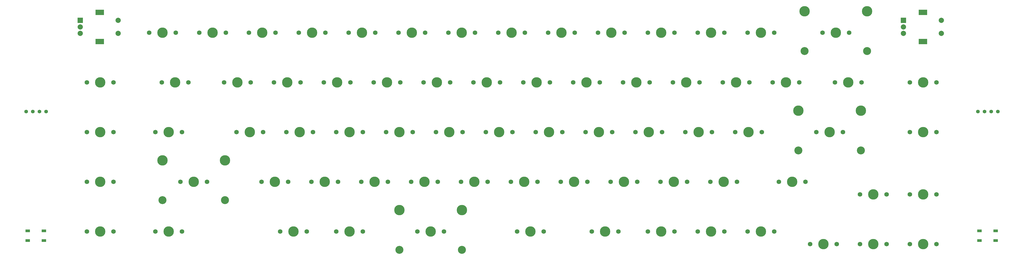
<source format=gbr>
%TF.GenerationSoftware,KiCad,Pcbnew,(5.1.9)-1*%
%TF.CreationDate,2021-03-13T21:00:17-08:00*%
%TF.ProjectId,USKB Final,55534b42-2046-4696-9e61-6c2e6b696361,rev?*%
%TF.SameCoordinates,Original*%
%TF.FileFunction,Soldermask,Top*%
%TF.FilePolarity,Negative*%
%FSLAX46Y46*%
G04 Gerber Fmt 4.6, Leading zero omitted, Abs format (unit mm)*
G04 Created by KiCad (PCBNEW (5.1.9)-1) date 2021-03-13 21:00:17*
%MOMM*%
%LPD*%
G01*
G04 APERTURE LIST*
%ADD10C,3.987800*%
%ADD11C,3.048000*%
%ADD12C,1.750000*%
%ADD13R,1.800000X1.100000*%
%ADD14C,1.397000*%
%ADD15R,2.000000X2.000000*%
%ADD16C,2.000000*%
%ADD17R,3.200000X2.000000*%
G04 APERTURE END LIST*
D10*
%TO.C,K_Space_2*%
X166655750Y-104457500D03*
X190531750Y-104457500D03*
D11*
X166655750Y-119697500D03*
X190531750Y-119697500D03*
D12*
X173513750Y-112712500D03*
X183673750Y-112712500D03*
D10*
X178593750Y-112712500D03*
%TD*%
D12*
%TO.C,K_Space_4*%
X240188750Y-112712500D03*
X250348750Y-112712500D03*
D10*
X245268750Y-112712500D03*
%TD*%
D12*
%TO.C,K_Space_3*%
X211613750Y-112712500D03*
X221773750Y-112712500D03*
D10*
X216693750Y-112712500D03*
%TD*%
D12*
%TO.C,K_Space1*%
X142557500Y-112712500D03*
X152717500Y-112712500D03*
D10*
X147637500Y-112712500D03*
%TD*%
D12*
%TO.C,K_Caps1*%
X73501250Y-74612500D03*
X83661250Y-74612500D03*
D10*
X78581250Y-74612500D03*
%TD*%
D12*
%TO.C,K_Shift2*%
X311626250Y-93662500D03*
X321786250Y-93662500D03*
D10*
X316706250Y-93662500D03*
%TD*%
D13*
%TO.C,L_SW1*%
X30881250Y-116150000D03*
X24681250Y-112450000D03*
X30881250Y-112450000D03*
X24681250Y-116150000D03*
%TD*%
%TO.C,SW1*%
X394418750Y-116150000D03*
X388218750Y-112450000D03*
X394418750Y-112450000D03*
X388218750Y-116150000D03*
%TD*%
D14*
%TO.C,OL1*%
X387667500Y-66675000D03*
X390207500Y-66675000D03*
X392747500Y-66675000D03*
X395287500Y-66675000D03*
%TD*%
%TO.C,L_OL1*%
X24130000Y-66675000D03*
X26670000Y-66675000D03*
X29210000Y-66675000D03*
X31750000Y-66675000D03*
%TD*%
D15*
%TO.C,L_ENC1*%
X44735750Y-31750000D03*
D16*
X44735750Y-34250000D03*
X44735750Y-36750000D03*
D17*
X52235750Y-28650000D03*
X52235750Y-39850000D03*
D16*
X59235750Y-31750000D03*
X59235750Y-36750000D03*
%TD*%
D12*
%TO.C,K_Z1*%
X113982500Y-93662500D03*
X124142500Y-93662500D03*
D10*
X119062500Y-93662500D03*
%TD*%
D12*
%TO.C,K_Y1*%
X194945000Y-55562500D03*
X205105000Y-55562500D03*
D10*
X200025000Y-55562500D03*
%TD*%
D12*
%TO.C,K_X1*%
X133032500Y-93662500D03*
X143192500Y-93662500D03*
D10*
X138112500Y-93662500D03*
%TD*%
D12*
%TO.C,K_Win1*%
X361632500Y-98425000D03*
X371792500Y-98425000D03*
D10*
X366712500Y-98425000D03*
%TD*%
D12*
%TO.C,K_W1*%
X118745000Y-55562500D03*
X128905000Y-55562500D03*
D10*
X123825000Y-55562500D03*
%TD*%
D12*
%TO.C,K_V1*%
X171132500Y-93662500D03*
X181292500Y-93662500D03*
D10*
X176212500Y-93662500D03*
%TD*%
D12*
%TO.C,K_UArrow1*%
X342582500Y-98425000D03*
X352742500Y-98425000D03*
D10*
X347662500Y-98425000D03*
%TD*%
D12*
%TO.C,K_U1*%
X213995000Y-55562500D03*
X224155000Y-55562500D03*
D10*
X219075000Y-55562500D03*
%TD*%
D12*
%TO.C,K_Tab1*%
X75882500Y-55562500D03*
X86042500Y-55562500D03*
D10*
X80962500Y-55562500D03*
%TD*%
D12*
%TO.C,K_T1*%
X175895000Y-55562500D03*
X186055000Y-55562500D03*
D10*
X180975000Y-55562500D03*
%TD*%
D12*
%TO.C,K_Slash1*%
X285432500Y-93662500D03*
X295592500Y-93662500D03*
D10*
X290512500Y-93662500D03*
%TD*%
%TO.C,K_Shift1*%
X76168250Y-85407500D03*
X100044250Y-85407500D03*
D11*
X76168250Y-100647500D03*
X100044250Y-100647500D03*
D12*
X83026250Y-93662500D03*
X93186250Y-93662500D03*
D10*
X88106250Y-93662500D03*
%TD*%
D12*
%TO.C,K_S1*%
X123507500Y-74612500D03*
X133667500Y-74612500D03*
D10*
X128587500Y-74612500D03*
%TD*%
D12*
%TO.C,K_RThan1*%
X266382500Y-93662500D03*
X276542500Y-93662500D03*
D10*
X271462500Y-93662500D03*
%TD*%
D12*
%TO.C,K_RBrace1*%
X309245000Y-55562500D03*
X319405000Y-55562500D03*
D10*
X314325000Y-55562500D03*
%TD*%
D12*
%TO.C,K_RArrow1*%
X361632500Y-117475000D03*
X371792500Y-117475000D03*
D10*
X366712500Y-117475000D03*
%TD*%
D12*
%TO.C,K_R1*%
X156845000Y-55562500D03*
X167005000Y-55562500D03*
D10*
X161925000Y-55562500D03*
%TD*%
D12*
%TO.C,K_Q1*%
X99695000Y-55562500D03*
X109855000Y-55562500D03*
D10*
X104775000Y-55562500D03*
%TD*%
D12*
%TO.C,K_Plus1*%
X299720000Y-36512500D03*
X309880000Y-36512500D03*
D10*
X304800000Y-36512500D03*
%TD*%
D12*
%TO.C,K_P1*%
X271145000Y-55562500D03*
X281305000Y-55562500D03*
D10*
X276225000Y-55562500D03*
%TD*%
D12*
%TO.C,K_O1*%
X252095000Y-55562500D03*
X262255000Y-55562500D03*
D10*
X257175000Y-55562500D03*
%TD*%
D12*
%TO.C,K_Num9*%
X242570000Y-36512500D03*
X252730000Y-36512500D03*
D10*
X247650000Y-36512500D03*
%TD*%
D12*
%TO.C,K_Num8*%
X223520000Y-36512500D03*
X233680000Y-36512500D03*
D10*
X228600000Y-36512500D03*
%TD*%
D12*
%TO.C,K_Num7*%
X204470000Y-36512500D03*
X214630000Y-36512500D03*
D10*
X209550000Y-36512500D03*
%TD*%
D12*
%TO.C,K_Num6*%
X185420000Y-36512500D03*
X195580000Y-36512500D03*
D10*
X190500000Y-36512500D03*
%TD*%
D12*
%TO.C,K_Num5*%
X166370000Y-36512500D03*
X176530000Y-36512500D03*
D10*
X171450000Y-36512500D03*
%TD*%
D12*
%TO.C,K_Num4*%
X147320000Y-36512500D03*
X157480000Y-36512500D03*
D10*
X152400000Y-36512500D03*
%TD*%
D12*
%TO.C,K_Num3*%
X128270000Y-36512500D03*
X138430000Y-36512500D03*
D10*
X133350000Y-36512500D03*
%TD*%
D12*
%TO.C,K_Num2*%
X109220000Y-36512500D03*
X119380000Y-36512500D03*
D10*
X114300000Y-36512500D03*
%TD*%
D12*
%TO.C,K_Num1*%
X90201750Y-36512500D03*
X100361750Y-36512500D03*
D10*
X95281750Y-36512500D03*
%TD*%
D12*
%TO.C,K_Num0*%
X261620000Y-36512500D03*
X271780000Y-36512500D03*
D10*
X266700000Y-36512500D03*
%TD*%
D12*
%TO.C,K_N1*%
X209232500Y-93662500D03*
X219392500Y-93662500D03*
D10*
X214312500Y-93662500D03*
%TD*%
D12*
%TO.C,K_Minus1*%
X280670000Y-36512500D03*
X290830000Y-36512500D03*
D10*
X285750000Y-36512500D03*
%TD*%
D12*
%TO.C,K_M1*%
X228282500Y-93662500D03*
X238442500Y-93662500D03*
D10*
X233362500Y-93662500D03*
%TD*%
D12*
%TO.C,K_LThan1*%
X247332500Y-93662500D03*
X257492500Y-93662500D03*
D10*
X252412500Y-93662500D03*
%TD*%
D12*
%TO.C,K_LBrace1*%
X290195000Y-55562500D03*
X300355000Y-55562500D03*
D10*
X295275000Y-55562500D03*
%TD*%
D12*
%TO.C,K_LArrow1*%
X323532500Y-117475000D03*
X333692500Y-117475000D03*
D10*
X328612500Y-117475000D03*
%TD*%
D12*
%TO.C,K_L1*%
X256857500Y-74612500D03*
X267017500Y-74612500D03*
D10*
X261937500Y-74612500D03*
%TD*%
D12*
%TO.C,K_K1*%
X237807500Y-74612500D03*
X247967500Y-74612500D03*
D10*
X242887500Y-74612500D03*
%TD*%
D12*
%TO.C,K_J1*%
X218757500Y-74612500D03*
X228917500Y-74612500D03*
D10*
X223837500Y-74612500D03*
%TD*%
D12*
%TO.C,K_I1*%
X233045000Y-55562500D03*
X243205000Y-55562500D03*
D10*
X238125000Y-55562500D03*
%TD*%
D12*
%TO.C,K_H1*%
X199707500Y-74612500D03*
X209867500Y-74612500D03*
D10*
X204787500Y-74612500D03*
%TD*%
D12*
%TO.C,K_G1*%
X180657500Y-74612500D03*
X190817500Y-74612500D03*
D10*
X185737500Y-74612500D03*
%TD*%
D12*
%TO.C,K_Fn1*%
X280670000Y-112712500D03*
X290830000Y-112712500D03*
D10*
X285750000Y-112712500D03*
%TD*%
D12*
%TO.C,K_F18*%
X361632500Y-74612500D03*
X371792500Y-74612500D03*
D10*
X366712500Y-74612500D03*
%TD*%
D12*
%TO.C,K_F17*%
X361632500Y-55562500D03*
X371792500Y-55562500D03*
D10*
X366712500Y-55562500D03*
%TD*%
D12*
%TO.C,K_F16*%
X47275750Y-112712500D03*
X57435750Y-112712500D03*
D10*
X52355750Y-112712500D03*
%TD*%
D12*
%TO.C,K_F15*%
X47275750Y-93662500D03*
X57435750Y-93662500D03*
D10*
X52355750Y-93662500D03*
%TD*%
D12*
%TO.C,K_F14*%
X47275750Y-74612500D03*
X57435750Y-74612500D03*
D10*
X52355750Y-74612500D03*
%TD*%
D12*
%TO.C,K_F13*%
X47275750Y-55562500D03*
X57435750Y-55562500D03*
D10*
X52355750Y-55562500D03*
%TD*%
D12*
%TO.C,K_F1*%
X161607500Y-74612500D03*
X171767500Y-74612500D03*
D10*
X166687500Y-74612500D03*
%TD*%
D12*
%TO.C,K_Esc1*%
X71120000Y-36512500D03*
X81280000Y-36512500D03*
D10*
X76200000Y-36512500D03*
%TD*%
%TO.C,K_Enter1*%
X319055750Y-66357500D03*
X342931750Y-66357500D03*
D11*
X319055750Y-81597500D03*
X342931750Y-81597500D03*
D12*
X325913750Y-74612500D03*
X336073750Y-74612500D03*
D10*
X330993750Y-74612500D03*
%TD*%
D12*
%TO.C,K_E1*%
X137795000Y-55562500D03*
X147955000Y-55562500D03*
D10*
X142875000Y-55562500D03*
%TD*%
D12*
%TO.C,K_DArrow1*%
X342582500Y-117475000D03*
X352742500Y-117475000D03*
D10*
X347662500Y-117475000D03*
%TD*%
D12*
%TO.C,K_D1*%
X142557500Y-74612500D03*
X152717500Y-74612500D03*
D10*
X147637500Y-74612500D03*
%TD*%
D12*
%TO.C,K_Ctrl2*%
X299720000Y-112712500D03*
X309880000Y-112712500D03*
D10*
X304800000Y-112712500D03*
%TD*%
D12*
%TO.C,K_Ctrl1*%
X73501250Y-112712500D03*
X83661250Y-112712500D03*
D10*
X78581250Y-112712500D03*
%TD*%
D12*
%TO.C,K_Colon1*%
X275907500Y-74612500D03*
X286067500Y-74612500D03*
D10*
X280987500Y-74612500D03*
%TD*%
D12*
%TO.C,K_C1*%
X152082500Y-93662500D03*
X162242500Y-93662500D03*
D10*
X157162500Y-93662500D03*
%TD*%
D12*
%TO.C,K_BSlash1*%
X333057500Y-55562500D03*
X343217500Y-55562500D03*
D10*
X338137500Y-55562500D03*
%TD*%
%TO.C,K_Backspace1*%
X321437000Y-28257500D03*
X345313000Y-28257500D03*
D11*
X321437000Y-43497500D03*
X345313000Y-43497500D03*
D12*
X328295000Y-36512500D03*
X338455000Y-36512500D03*
D10*
X333375000Y-36512500D03*
%TD*%
D12*
%TO.C,K_B1*%
X190182500Y-93662500D03*
X200342500Y-93662500D03*
D10*
X195262500Y-93662500D03*
%TD*%
D12*
%TO.C,K_Apostrophe1*%
X294957500Y-74612500D03*
X305117500Y-74612500D03*
D10*
X300037500Y-74612500D03*
%TD*%
D12*
%TO.C,K_Alt2*%
X261620000Y-112712500D03*
X271780000Y-112712500D03*
D10*
X266700000Y-112712500D03*
%TD*%
D12*
%TO.C,K_Alt1*%
X121126250Y-112712500D03*
X131286250Y-112712500D03*
D10*
X126206250Y-112712500D03*
%TD*%
D12*
%TO.C,K_A1*%
X104457500Y-74612500D03*
X114617500Y-74612500D03*
D10*
X109537500Y-74612500D03*
%TD*%
D15*
%TO.C,ENC1*%
X359187750Y-31750000D03*
D16*
X359187750Y-34250000D03*
X359187750Y-36750000D03*
D17*
X366687750Y-28650000D03*
X366687750Y-39850000D03*
D16*
X373687750Y-31750000D03*
X373687750Y-36750000D03*
%TD*%
M02*

</source>
